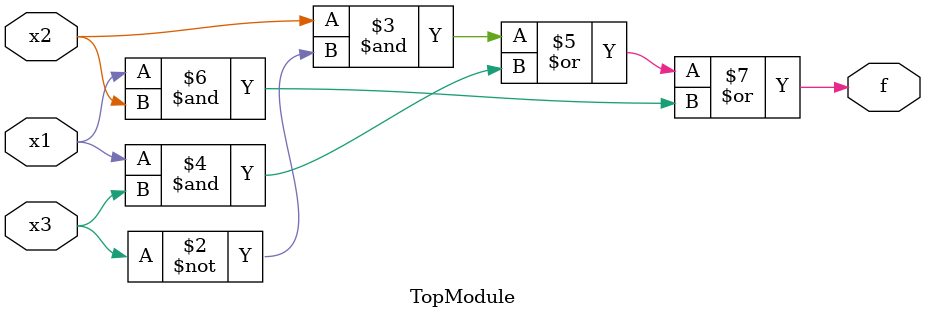
<source format=sv>
module TopModule(
    input logic x3,
    input logic x2,
    input logic x1,
    output logic f
);

    always @(*) begin
        f = (x2 & ~x3) | (x1 & x3) | (x1 & x2);
    end

endmodule
</source>
